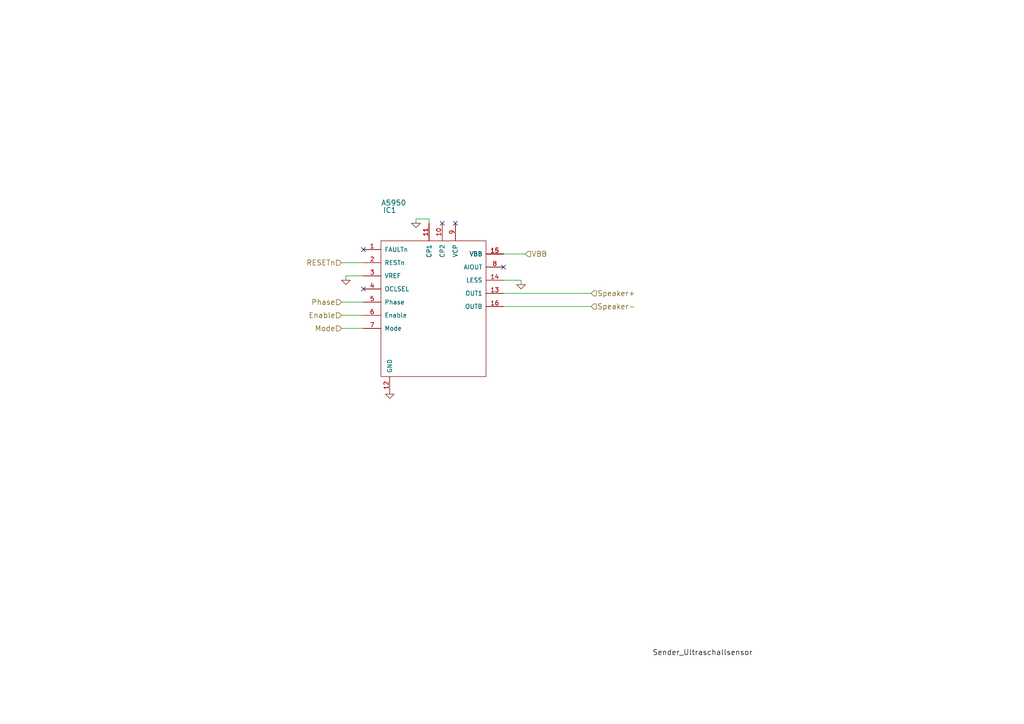
<source format=kicad_sch>
(kicad_sch (version 20230121) (generator eeschema)
  (paper "A4")
  (lib_symbols
    (symbol "OPV-rescue:A5950" (pin_names (offset 1.016))
      (property "Reference" "IC" (at -12.7 27.94 0))
      (property "Value" "A5950" (at -15.24 29.21 0))
      (symbol "A5950_0_1"
        (rectangle (start -15.24 19.05) (end 15.24 -20.32))
      )
      (symbol "A5950_1_1"
        (pin input line (at -20.32 16.51 0) (length 5.08) (name "FAULTn") (number "1"))
        (pin input line (at 2.54 24.13 270) (length 5.08) (name "CP2") (number "10"))
        (pin input line (at -1.27 24.13 270) (length 5.08) (name "CP1") (number "11"))
        (pin input line (at -1.27 24.13 270) (length 5.08) (name "CP1") (number "11"))
        (pin input line (at -12.7 -25.4 90) (length 5.08) (name "GND") (number "12"))
        (pin input line (at 20.32 3.81 180) (length 5.08) (name "OUT1") (number "13"))
        (pin input line (at 20.32 7.62 180) (length 5.08) (name "LESS") (number "14"))
        (pin input line (at 20.32 15.24 180) (length 5.08) (name "VBB") (number "15"))
        (pin input line (at 20.32 15.24 180) (length 5.08) (name "VBB") (number "15"))
        (pin input line (at 20.32 15.24 180) (length 5.08) (name "VBB") (number "15"))
        (pin input line (at 20.32 15.24 180) (length 5.08) (name "VBB") (number "15"))
        (pin input line (at 20.32 0 180) (length 5.08) (name "OUTB") (number "16"))
        (pin input line (at -20.32 12.7 0) (length 5.08) (name "RESTn") (number "2"))
        (pin input line (at -20.32 8.89 0) (length 5.08) (name "VREF") (number "3"))
        (pin input line (at -20.32 5.08 0) (length 5.08) (name "OCLSEL") (number "4"))
        (pin input line (at -20.32 1.27 0) (length 5.08) (name "Phase") (number "5"))
        (pin input line (at -20.32 -2.54 0) (length 5.08) (name "Enable") (number "6"))
        (pin input line (at -20.32 -6.35 0) (length 5.08) (name "Mode") (number "7"))
        (pin input line (at 20.32 11.43 180) (length 5.08) (name "AIOUT") (number "8"))
        (pin input line (at 6.35 24.13 270) (length 5.08) (name "VCP") (number "9"))
      )
    )
    (symbol "OPV-rescue:GND" (power) (pin_names (offset 0))
      (symbol "GND_0_1"
        (polyline (pts (xy -1.27 0) (xy 0 -1.27) (xy 1.27 0) (xy -1.27 0)))
      )
      (symbol "GND_1_1"
        (pin power_in line (at 0 0 90) (length 0) hide (name "GND") (number "1"))
      )
    )
  )
  (no_connect (at 105.41 83.82))
  (no_connect (at 132.08 64.77))
  (no_connect (at 128.27 64.77))
  (no_connect (at 146.05 77.47))
  (no_connect (at 105.41 72.39))
  (wire (pts (xy 146.05 88.9) (xy 171.45 88.9)))
  (wire (pts (xy 120.65 64.77) (xy 120.65 63.5)))
  (wire (pts (xy 105.41 91.44) (xy 99.06 91.44)))
  (wire (pts (xy 146.05 81.28) (xy 151.13 81.28)))
  (wire (pts (xy 100.33 81.28) (xy 100.33 80.01)))
  (wire (pts (xy 100.33 80.01) (xy 105.41 80.01)))
  (wire (pts (xy 151.13 81.28) (xy 151.13 82.55)))
  (wire (pts (xy 124.46 63.5) (xy 124.46 64.77)))
  (wire (pts (xy 120.65 63.5) (xy 124.46 63.5)))
  (wire (pts (xy 105.41 76.2) (xy 99.06 76.2)))
  (wire (pts (xy 146.05 73.66) (xy 152.4 73.66)))
  (wire (pts (xy 99.06 95.25) (xy 105.41 95.25)))
  (wire (pts (xy 99.06 87.63) (xy 105.41 87.63)))
  (wire (pts (xy 146.05 85.09) (xy 171.45 85.09)))
  (label "Sender_Ultraschallsensor" (at 189.23 190.5 0) (effects (font (size 1.524 1.524))))
  (hierarchical_label "Phase" (shape input) (at 99.06 87.63 180) (effects (font (size 1.524 1.524))))
  (hierarchical_label "Mode" (shape input) (at 99.06 95.25 180) (effects (font (size 1.524 1.524))))
  (hierarchical_label "Speaker-" (shape input) (at 171.45 88.9 0) (effects (font (size 1.524 1.524))))
  (hierarchical_label "Speaker+" (shape input) (at 171.45 85.09 0) (effects (font (size 1.524 1.524))))
  (hierarchical_label "VBB" (shape input) (at 152.4 73.66 0) (effects (font (size 1.524 1.524))))
  (hierarchical_label "Enable" (shape input) (at 99.06 91.44 180) (effects (font (size 1.524 1.524))))
  (hierarchical_label "RESETn" (shape input) (at 99.06 76.2 180) (effects (font (size 1.524 1.524))))
  (symbol (lib_id "OPV-rescue:A5950") (at 125.73 88.9 0) (unit 1)
    (property "Reference" "IC1" (at 113.03 60.96 0) (effects (font (size 1.524 1.524))))
    (property "Value" "A5950" (at 110.49 59.69 0) (effects (font (size 1.524 1.524)) (justify left bottom)))
  )
  (symbol (lib_id "OPV-rescue:GND") (at 120.65 64.77 0) (unit 1)
    (property "Reference" "#PWR012" (effects hide))
    (property "Value" "GND" (effects hide))
  )
  (symbol (lib_id "OPV-rescue:GND") (at 151.13 82.55 0) (unit 1)
    (property "Reference" "#PWR?" (effects hide))
    (property "Value" "GND" (effects hide))
  )
  (symbol (lib_id "OPV-rescue:GND") (at 100.33 81.28 0) (unit 1)
    (property "Reference" "#PWR?" (effects hide))
    (property "Value" "GND" (effects hide))
  )
  (symbol (lib_id "OPV-rescue:GND") (at 113.03 114.3 0) (unit 1)
    (property "Reference" "#PWR?" (effects hide))
    (property "Value" "GND" (effects hide))
  )
)
</source>
